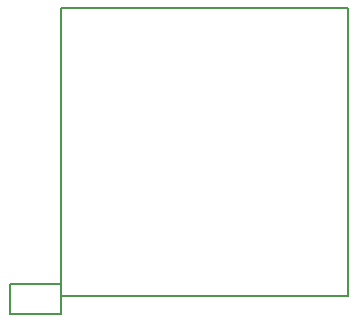
<source format=gbr>
%TF.GenerationSoftware,Altium Limited,Altium Designer,21.9.2 (33)*%
G04 Layer_Color=32768*
%FSLAX45Y45*%
%MOMM*%
%TF.SameCoordinates,8C9FB855-A7A5-4AEE-82B0-D85B10D48A85*%
%TF.FilePolarity,Positive*%
%TF.FileFunction,Other,Top_Courtyard*%
%TF.Part,Single*%
G01*
G75*
%TA.AperFunction,NonConductor*%
%ADD66C,0.20000*%
D66*
X13008691Y7312894D02*
Y9743511D01*
Y7312894D02*
X15439310D01*
Y9743511D01*
X13008691D02*
X15439310D01*
X12573589Y7411410D02*
X13004211D01*
Y7155795D02*
Y7411410D01*
X12573589Y7155795D02*
X13004211D01*
X12573589D02*
Y7411410D01*
%TF.MD5,04b6f64d27c035711d01d42039ccc058*%
M02*

</source>
